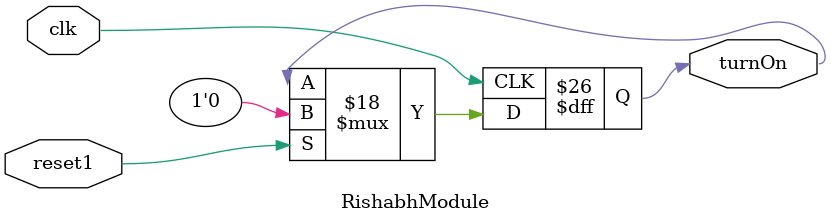
<source format=v>



module RishabhModule(
    input wire reset1 ,               // clk 
    output reg turnOn,
    input clk);
  
    reg [5:0] cnt;  //  counter
    
    reg [28:0] clkdiv;       // 28 bits
    
    initial begin
            turnOn=0;            // initial value of turnOn
            cnt=0;
            clkdiv=0;
           end
    always @(posedge clk)
    begin
        clkdiv<=clkdiv+1;
        if (cnt<6) begin 
            if ((clkdiv == 29'b1111111111111111111111111111 ))
                    cnt<=cnt+1;
            if(clkdiv[28]==1) turnOn<=1;
            else turnOn<=0;
        end
        else if (cnt<12) begin 
            if ((clkdiv == 29'b0111111111111111111111111111 ))
                    cnt<=cnt+1;
            if(clkdiv[27]==1) turnOn<=1;
            else turnOn<=0;
        end
        else if (cnt<30) begin 
            if ((clkdiv == 29'b0011111111111111111111111111 ))
                    cnt<=cnt+1;
            if(clkdiv[26]==1) turnOn<=1;
            else turnOn<=0;
        end
        if(reset1==1) begin
            clkdiv=0;
            cnt=0;
            turnOn=0;
         end
     end 
endmodule 
/*        else if ((clkdiv == 28'b0111111111111111111111111111) & (cnt<11 & cnt>5))         
            begin
                cnt<=cnt+1;
                clkdiv<=0;
                turnOn<=1;
            end
        else if ( (clkdiv == 28'b0011111111111111111111111111) & (cnt<21 & cnt>10))
            begin
                cnt<=cnt+1;
                clkdiv<=0;
                turnOn<=1;
            end
            
    end
 
*/

</source>
